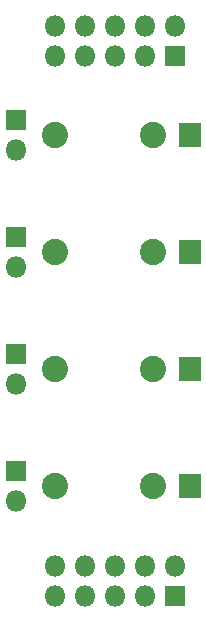
<source format=gbr>
%TF.GenerationSoftware,KiCad,Pcbnew,(5.1.6)-1*%
%TF.CreationDate,2020-10-18T20:28:26+13:00*%
%TF.ProjectId,Jacks onboard,4a61636b-7320-46f6-9e62-6f6172642e6b,rev?*%
%TF.SameCoordinates,Original*%
%TF.FileFunction,Soldermask,Bot*%
%TF.FilePolarity,Negative*%
%FSLAX46Y46*%
G04 Gerber Fmt 4.6, Leading zero omitted, Abs format (unit mm)*
G04 Created by KiCad (PCBNEW (5.1.6)-1) date 2020-10-18 20:28:26*
%MOMM*%
%LPD*%
G01*
G04 APERTURE LIST*
%ADD10R,1.800000X1.800000*%
%ADD11O,1.800000X1.800000*%
%ADD12C,2.230000*%
%ADD13R,1.930000X2.030000*%
G04 APERTURE END LIST*
D10*
%TO.C,J3*%
X187960000Y-53340000D03*
D11*
X187960000Y-50800000D03*
X185420000Y-53340000D03*
X185420000Y-50800000D03*
X182880000Y-53340000D03*
X182880000Y-50800000D03*
X180340000Y-53340000D03*
X180340000Y-50800000D03*
X177800000Y-53340000D03*
X177800000Y-50800000D03*
%TD*%
%TO.C,J4*%
X177800000Y-96520000D03*
X177800000Y-99060000D03*
X180340000Y-96520000D03*
X180340000Y-99060000D03*
X182880000Y-96520000D03*
X182880000Y-99060000D03*
X185420000Y-96520000D03*
X185420000Y-99060000D03*
X187960000Y-96520000D03*
D10*
X187960000Y-99060000D03*
%TD*%
%TO.C,J5*%
X174498000Y-88519000D03*
D11*
X174498000Y-91059000D03*
%TD*%
%TO.C,J6*%
X174498000Y-81153000D03*
D10*
X174498000Y-78613000D03*
%TD*%
D12*
%TO.C,J7*%
X186130000Y-60071000D03*
D13*
X189230000Y-60071000D03*
D12*
X177830000Y-60071000D03*
%TD*%
%TO.C,J8*%
X177830000Y-69977000D03*
D13*
X189230000Y-69977000D03*
D12*
X186130000Y-69977000D03*
%TD*%
D10*
%TO.C,J9*%
X174498000Y-58801000D03*
D11*
X174498000Y-61341000D03*
%TD*%
%TO.C,J10*%
X174498000Y-71247000D03*
D10*
X174498000Y-68707000D03*
%TD*%
D12*
%TO.C,J1*%
X186130000Y-89789000D03*
D13*
X189230000Y-89789000D03*
D12*
X177830000Y-89789000D03*
%TD*%
%TO.C,J2*%
X177830000Y-79883000D03*
D13*
X189230000Y-79883000D03*
D12*
X186130000Y-79883000D03*
%TD*%
M02*

</source>
